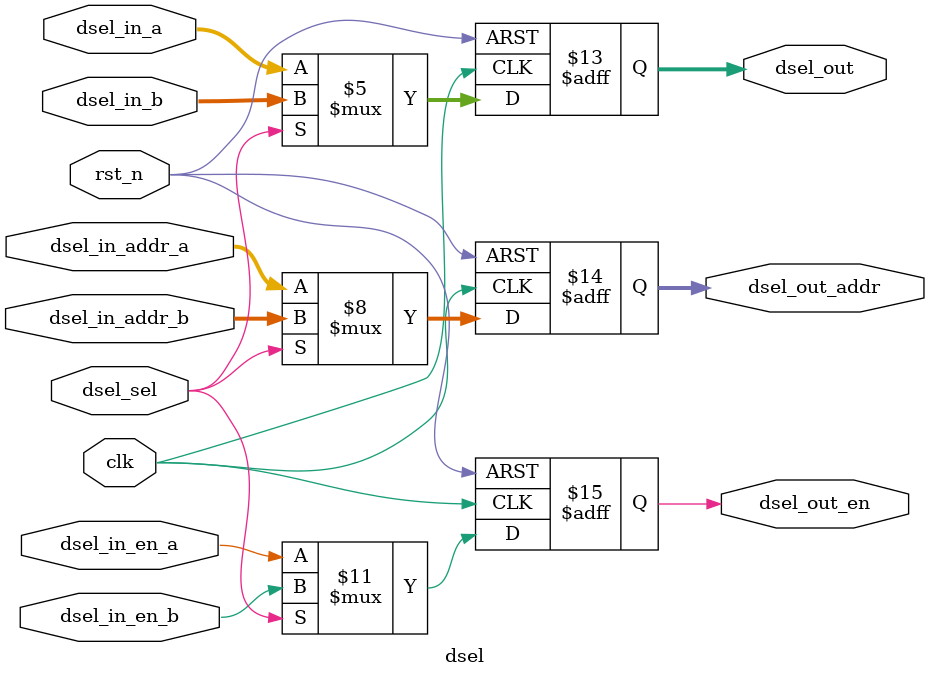
<source format=v>
`ifndef DSEL__V
`define DSEL__V
module dsel
#(parameter AWIDTH = 32,DWIDTH = 32)
(
    input                   clk,
    input                   rst_n,
    input                   dsel_sel,
    input                   dsel_in_en_a,
    input      [DWIDTH-1:0] dsel_in_a,
    input      [AWIDTH-1:0] dsel_in_addr_a,
    input                   dsel_in_en_b,
    input      [DWIDTH-1:0] dsel_in_b,
    input      [AWIDTH-1:0] dsel_in_addr_b,
    output reg [DWIDTH-1:0] dsel_out,   
    output reg [AWIDTH-1:0] dsel_out_addr,   
    output reg              dsel_out_en      
);                                          
always @ (posedge clk or negedge rst_n)
begin
    if(~rst_n) 
    begin
        dsel_out_en     <= 0;
        dsel_out_addr   <= 0;
        dsel_out        <= 0;
    end
    else if(~dsel_sel) 
    begin
        dsel_out_en     <= dsel_in_en_a;
        dsel_out_addr   <= dsel_in_addr_a;
        dsel_out        <= dsel_in_a;
    end
    else 
    begin
        dsel_out_en     <= dsel_in_en_b;
        dsel_out_addr   <= dsel_in_addr_b;
        dsel_out        <= dsel_in_b;
    end
end
endmodule
`endif //DSEL__V

</source>
